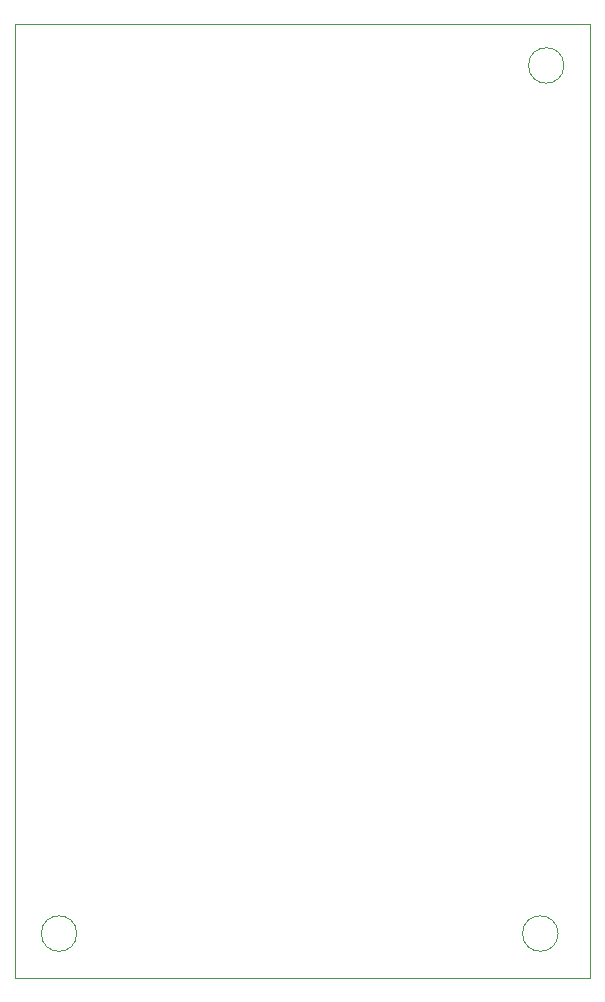
<source format=gbr>
%TF.GenerationSoftware,KiCad,Pcbnew,8.0.7*%
%TF.CreationDate,2025-02-28T11:10:52-08:00*%
%TF.ProjectId,Untitled,556e7469-746c-4656-942e-6b696361645f,rev?*%
%TF.SameCoordinates,Original*%
%TF.FileFunction,Profile,NP*%
%FSLAX46Y46*%
G04 Gerber Fmt 4.6, Leading zero omitted, Abs format (unit mm)*
G04 Created by KiCad (PCBNEW 8.0.7) date 2025-02-28 11:10:52*
%MOMM*%
%LPD*%
G01*
G04 APERTURE LIST*
%TA.AperFunction,Profile*%
%ADD10C,0.050000*%
%TD*%
G04 APERTURE END LIST*
D10*
X182500000Y-140250000D02*
G75*
G02*
X179500000Y-140250000I-1500000J0D01*
G01*
X179500000Y-140250000D02*
G75*
G02*
X182500000Y-140250000I1500000J0D01*
G01*
X136500000Y-63250000D02*
X185250000Y-63250000D01*
X185250000Y-144000000D01*
X136500000Y-144000000D01*
X136500000Y-63250000D01*
X141750000Y-140250000D02*
G75*
G02*
X138750000Y-140250000I-1500000J0D01*
G01*
X138750000Y-140250000D02*
G75*
G02*
X141750000Y-140250000I1500000J0D01*
G01*
X183000000Y-66750000D02*
G75*
G02*
X180000000Y-66750000I-1500000J0D01*
G01*
X180000000Y-66750000D02*
G75*
G02*
X183000000Y-66750000I1500000J0D01*
G01*
M02*

</source>
